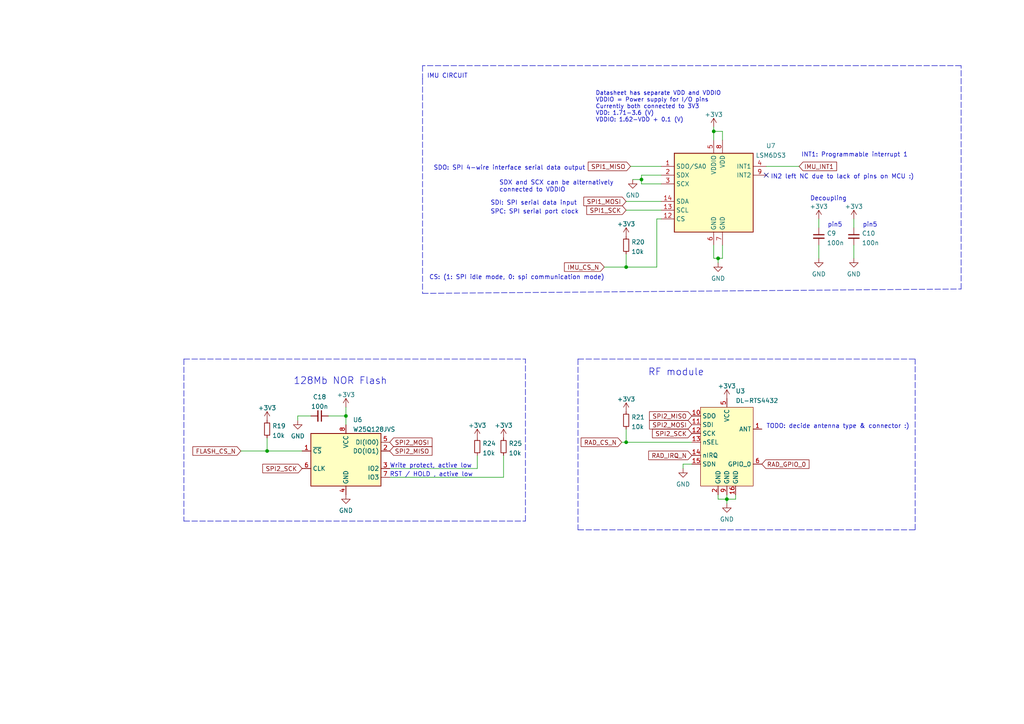
<source format=kicad_sch>
(kicad_sch (version 20211123) (generator eeschema)
  (paper "A4")
  (title_block (company "University of Oulu") (comment 1 "Antti Luukkonen, Jouni Saari, Visa Tuominen"))
  (lib_symbols
    (symbol "000_sjt:DL-RTS4432"
      (property "Reference" "U" (at -7.62 7.62 0))
      (property "Value" "DL-RTS4432" (at 2.54 7.62 0))
      (symbol "DL-RTS4432_0_1"
        (rectangle (start -7.62 6.35) (end 7.62 -16.51) (stroke (width 0.1524)) (fill (type background)))
      )
      (symbol "DL-RTS4432_1_1"
        (pin output line (at 10.16 0 180) (length 2.54) (name "ANT") (number "1"))
        (pin output line (at -10.16 3.81 0) (length 2.54) (name "SDO") (number "10"))
        (pin input line (at -10.16 1.27 0) (length 2.54) (name "SDI") (number "11"))
        (pin input line (at -10.16 -1.27 0) (length 2.54) (name "SCK") (number "12"))
        (pin input line (at -10.16 -3.81 0) (length 2.54) (name "nSEL") (number "13"))
        (pin input line (at -10.16 -7.62 0) (length 2.54) (name "nIRQ") (number "14"))
        (pin input line (at -10.16 -10.16 0) (length 2.54) (name "SDN") (number "15"))
        (pin power_in line (at 2.54 -19.05 90) (length 2.54) (name "GND") (number "16"))
        (pin power_in line (at -2.54 -19.05 90) (length 2.54) (name "GND") (number "2"))
        (pin no_connect line (at 13.97 -19.05 180) (length 2.54) hide (name "NC") (number "3"))
        (pin no_connect line (at 13.97 -21.59 180) (length 2.54) hide (name "NC") (number "4"))
        (pin power_in line (at 0 8.89 270) (length 2.54) (name "VCC") (number "5"))
        (pin bidirectional line (at 10.16 -10.16 180) (length 2.54) (name "GPIO_0") (number "6"))
        (pin no_connect line (at 13.97 -24.13 180) (length 2.54) hide (name "NC") (number "7"))
        (pin no_connect line (at 13.97 -26.67 180) (length 2.54) hide (name "NC") (number "8"))
        (pin power_in line (at 0 -19.05 90) (length 2.54) (name "GND") (number "9"))
      )
    )
    (symbol "Device:C_Small" (pin_numbers hide) (pin_names (offset 0.254) hide)
      (property "Reference" "C" (at 0.254 1.778 0))
      (property "Value" "C_Small" (at 0.254 -2.032 0))
      (symbol "C_Small_0_1"
        (polyline (pts (xy -1.524 -0.508) (xy 1.524 -0.508)) (stroke (width 0.3302)))
        (polyline (pts (xy -1.524 0.508) (xy 1.524 0.508)) (stroke (width 0.3048)))
      )
      (symbol "C_Small_1_1"
        (pin passive line (at 0 2.54 270) (length 2.032) (name "~") (number "1"))
        (pin passive line (at 0 -2.54 90) (length 2.032) (name "~") (number "2"))
      )
    )
    (symbol "Device:R_Small" (pin_numbers hide) (pin_names (offset 0.254) hide)
      (property "Reference" "R" (at 0.762 0.508 0))
      (property "Value" "R_Small" (at 0.762 -1.016 0))
      (symbol "R_Small_0_1"
        (rectangle (start -0.762 1.778) (end 0.762 -1.778) (stroke (width 0.2032)))
      )
      (symbol "R_Small_1_1"
        (pin passive line (at 0 2.54 270) (length 0.762) (name "~") (number "1"))
        (pin passive line (at 0 -2.54 90) (length 0.762) (name "~") (number "2"))
      )
    )
    (symbol "Memory_Flash:W25Q128JVS"
      (property "Reference" "U" (at -8.89 8.89 0))
      (property "Value" "W25Q128JVS" (at 7.62 8.89 0))
      (symbol "W25Q128JVS_0_1"
        (rectangle (start -10.16 7.62) (end 10.16 -7.62) (stroke (width 0.254)) (fill (type background)))
      )
      (symbol "W25Q128JVS_1_1"
        (pin input line (at -12.7 2.54 0) (length 2.54) (name "~{CS}") (number "1"))
        (pin bidirectional line (at 12.7 2.54 180) (length 2.54) (name "DO(IO1)") (number "2"))
        (pin bidirectional line (at 12.7 -2.54 180) (length 2.54) (name "IO2") (number "3"))
        (pin power_in line (at 0 -10.16 90) (length 2.54) (name "GND") (number "4"))
        (pin bidirectional line (at 12.7 5.08 180) (length 2.54) (name "DI(IO0)") (number "5"))
        (pin input line (at -12.7 -2.54 0) (length 2.54) (name "CLK") (number "6"))
        (pin bidirectional line (at 12.7 -5.08 180) (length 2.54) (name "IO3") (number "7"))
        (pin power_in line (at 0 10.16 270) (length 2.54) (name "VCC") (number "8"))
      )
    )
    (symbol "Sensor_Motion:LSM6DS3"
      (property "Reference" "U" (at -11.43 15.24 0))
      (property "Value" "LSM6DS3" (at -11.43 12.7 0))
      (symbol "LSM6DS3_0_1"
        (rectangle (start 11.43 11.43) (end -11.43 -11.43) (stroke (width 0.254)) (fill (type background)))
      )
      (symbol "LSM6DS3_1_1"
        (pin bidirectional line (at -15.24 7.62 0) (length 3.81) (name "SDO/SA0") (number "1"))
        (pin no_connect line (at 10.16 -5.08 180) (length 3.81) hide (name "NC") (number "10"))
        (pin no_connect line (at 10.16 -2.54 180) (length 3.81) hide (name "NC") (number "11"))
        (pin input line (at -15.24 -7.62 0) (length 3.81) (name "CS") (number "12"))
        (pin input line (at -15.24 -5.08 0) (length 3.81) (name "SCL") (number "13"))
        (pin bidirectional line (at -15.24 -2.54 0) (length 3.81) (name "SDA") (number "14"))
        (pin bidirectional line (at -15.24 5.08 0) (length 3.81) (name "SDX") (number "2"))
        (pin input line (at -15.24 2.54 0) (length 3.81) (name "SCX") (number "3"))
        (pin output line (at 15.24 7.62 180) (length 3.81) (name "INT1") (number "4"))
        (pin power_in line (at 0 15.24 270) (length 3.81) (name "VDDIO") (number "5"))
        (pin power_in line (at 0 -15.24 90) (length 3.81) (name "GND") (number "6"))
        (pin power_in line (at 2.54 -15.24 90) (length 3.81) (name "GND") (number "7"))
        (pin power_in line (at 2.54 15.24 270) (length 3.81) (name "VDD") (number "8"))
        (pin output line (at 15.24 5.08 180) (length 3.81) (name "INT2") (number "9"))
      )
    )
    (symbol "power:+3.3V" (power) (pin_names (offset 0))
      (property "Value" "+3.3V" (at 0 3.556 0))
      (symbol "+3.3V_0_1"
        (polyline (pts (xy -0.762 1.27) (xy 0 2.54)))
        (polyline (pts (xy 0 0) (xy 0 2.54)))
        (polyline (pts (xy 0 2.54) (xy 0.762 1.27)))
      )
      (symbol "+3.3V_1_1"
        (pin power_in line (at 0 0 90) (length 0) hide (name "+3V3") (number "1"))
      )
    )
    (symbol "power:+3V3" (power) (pin_names (offset 0))
      (property "Value" "+3V3" (at 0 3.556 0))
      (symbol "+3V3_0_1"
        (polyline (pts (xy -0.762 1.27) (xy 0 2.54)))
        (polyline (pts (xy 0 0) (xy 0 2.54)))
        (polyline (pts (xy 0 2.54) (xy 0.762 1.27)))
      )
      (symbol "+3V3_1_1"
        (pin power_in line (at 0 0 90) (length 0) hide (name "+3V3") (number "1"))
      )
    )
    (symbol "power:GND" (power) (pin_names (offset 0))
      (property "Value" "GND" (at 0 -3.81 0))
      (symbol "GND_0_1"
        (polyline (pts (xy 0 0) (xy 0 -1.27) (xy 1.27 -1.27) (xy 0 -2.54) (xy -1.27 -1.27) (xy 0 -1.27)))
      )
      (symbol "GND_1_1"
        (pin power_in line (at 0 0 270) (length 0) hide (name "GND") (number "1"))
      )
    )
  )
  (junction (at 181.61 128.27))
  (junction (at 77.47 130.81))
  (junction (at 186.055 52.07))
  (junction (at 181.61 77.47))
  (junction (at 210.82 144.78))
  (junction (at 100.33 120.65))
  (junction (at 208.28 74.93))
  (junction (at 207.01 38.1))
  (no_connect (at 222.25 50.8))
  (wire (pts (xy 210.82 144.78) (xy 210.82 146.05)))
  (wire (pts (xy 77.47 130.81) (xy 87.63 130.81)))
  (wire (pts (xy 69.85 130.81) (xy 77.47 130.81)))
  (wire (pts (xy 213.36 143.51) (xy 213.36 144.78)))
  (wire (pts (xy 247.65 63.5) (xy 247.65 66.04)))
  (polyline (pts (xy 278.765 19.05) (xy 122.555 19.05)))
  (polyline (pts (xy 265.43 153.67) (xy 265.43 104.14)))
  (polyline (pts (xy 53.34 104.14) (xy 53.34 151.13)))
  (wire (pts (xy 77.47 130.81) (xy 77.47 127)))
  (wire (pts (xy 207.01 71.12) (xy 207.01 74.93)))
  (wire (pts (xy 181.61 128.27) (xy 181.61 124.46)))
  (wire (pts (xy 186.055 50.8) (xy 191.77 50.8)))
  (polyline (pts (xy 167.64 104.14) (xy 167.64 153.67)))
  (polyline (pts (xy 167.64 104.14) (xy 265.43 104.14)))
  (wire (pts (xy 207.01 74.93) (xy 208.28 74.93)))
  (wire (pts (xy 181.61 77.47) (xy 190.5 77.47)))
  (polyline (pts (xy 53.34 104.14) (xy 152.4 104.14)))
  (polyline (pts (xy 122.555 22.86) (xy 122.555 85.09)))
  (wire (pts (xy 208.28 74.93) (xy 209.55 74.93)))
  (wire (pts (xy 180.34 128.27) (xy 181.61 128.27)))
  (polyline (pts (xy 122.555 85.09) (xy 278.765 83.82)))
  (wire (pts (xy 207.01 38.1) (xy 209.55 38.1)))
  (wire (pts (xy 186.055 53.34) (xy 186.055 52.07)))
  (wire (pts (xy 86.36 121.92) (xy 86.36 120.65)))
  (wire (pts (xy 210.82 143.51) (xy 210.82 144.78)))
  (wire (pts (xy 222.25 48.26) (xy 231.775 48.26)))
  (wire (pts (xy 208.28 74.93) (xy 208.28 76.2)))
  (wire (pts (xy 198.12 134.62) (xy 200.66 134.62)))
  (wire (pts (xy 190.5 63.5) (xy 191.77 63.5)))
  (wire (pts (xy 181.61 60.96) (xy 191.77 60.96)))
  (polyline (pts (xy 278.765 83.82) (xy 278.765 19.05)))
  (wire (pts (xy 208.28 144.78) (xy 210.82 144.78)))
  (wire (pts (xy 181.61 128.27) (xy 200.66 128.27)))
  (wire (pts (xy 207.01 36.83) (xy 207.01 38.1)))
  (wire (pts (xy 213.36 144.78) (xy 210.82 144.78)))
  (wire (pts (xy 181.61 58.42) (xy 191.77 58.42)))
  (wire (pts (xy 191.77 53.34) (xy 186.055 53.34)))
  (wire (pts (xy 113.03 138.43) (xy 146.05 138.43)))
  (wire (pts (xy 138.43 135.89) (xy 138.43 132.08)))
  (wire (pts (xy 183.515 52.07) (xy 186.055 52.07)))
  (wire (pts (xy 247.65 71.12) (xy 247.65 74.93)))
  (polyline (pts (xy 167.64 153.67) (xy 265.43 153.67)))
  (wire (pts (xy 181.61 77.47) (xy 181.61 73.66)))
  (polyline (pts (xy 152.4 151.13) (xy 152.4 104.14)))
  (wire (pts (xy 100.33 118.11) (xy 100.33 120.65)))
  (polyline (pts (xy 53.34 151.13) (xy 152.4 151.13)))
  (wire (pts (xy 198.12 134.62) (xy 198.12 135.89)))
  (polyline (pts (xy 122.555 19.05) (xy 122.555 22.86)))
  (wire (pts (xy 100.33 120.65) (xy 100.33 123.19)))
  (wire (pts (xy 113.03 135.89) (xy 138.43 135.89)))
  (wire (pts (xy 146.05 132.08) (xy 146.05 138.43)))
  (wire (pts (xy 209.55 71.12) (xy 209.55 74.93)))
  (wire (pts (xy 237.49 63.5) (xy 237.49 66.04)))
  (wire (pts (xy 186.055 52.07) (xy 186.055 50.8)))
  (wire (pts (xy 207.01 38.1) (xy 207.01 40.64)))
  (wire (pts (xy 86.36 120.65) (xy 90.17 120.65)))
  (wire (pts (xy 237.49 71.12) (xy 237.49 74.93)))
  (wire (pts (xy 175.26 77.47) (xy 181.61 77.47)))
  (wire (pts (xy 182.88 48.26) (xy 191.77 48.26)))
  (wire (pts (xy 209.55 38.1) (xy 209.55 40.64)))
  (wire (pts (xy 95.25 120.65) (xy 100.33 120.65)))
  (wire (pts (xy 208.28 143.51) (xy 208.28 144.78)))
  (wire (pts (xy 190.5 77.47) (xy 190.5 63.5)))
  (text "Write protect, active low" (at 113.03 135.89 0) (effects (font (size 1.27 1.27)) (justify left bottom)))
  (text "CS: (1: SPI idle mode, 0: spi communication mode)" (at 124.46 81.28 0) (effects (font (size 1.27 1.27)) (justify left bottom)))
  (text "SDO: SPI 4-wire interface serial data output" (at 125.73 49.53 0) (effects (font (size 1.27 1.27)) (justify left bottom)))
  (text "RST / HOLD , active low" (at 113.03 138.43 0) (effects (font (size 1.27 1.27)) (justify left bottom)))
  (text "Decoupling" (at 234.95 58.42 0) (effects (font (size 1.27 1.27)) (justify left bottom)))
  (text "SDI: SPI serial data input" (at 142.24 59.69 0) (effects (font (size 1.27 1.27)) (justify left bottom)))
  (text "SDX and SCX can be alternatively \nconnected to VDDIO" (at 144.78 55.88 0) (effects (font (size 1.27 1.27)) (justify left bottom)))
  (text "TODO: decide antenna type & connector :)" (at 222.25 124.46 0) (effects (font (size 1.27 1.27)) (justify left bottom)))
  (text "128Mb NOR Flash" (at 85.09 111.76 0) (effects (font (size 2 2)) (justify left bottom)))
  (text "IMU CIRCUIT" (at 123.825 22.86 0) (effects (font (size 1.27 1.27)) (justify left bottom)))
  (text "pin5" (at 250.19 66.04 0) (effects (font (size 1.27 1.27)) (justify left bottom)))
  (text "IN2 left NC due to lack of pins on MCU :)" (at 223.52 52.07 0) (effects (font (size 1.27 1.27)) (justify left bottom)))
  (text "SPC: SPI serial port clock" (at 142.24 62.23 0) (effects (font (size 1.27 1.27)) (justify left bottom)))
  (text "Datasheet has separate VDD and VDDIO \nVDDIO = Power supply for I/O pins\nCurrently both connected to 3V3\nVDD: 1.71-3.6 (V)\nVDDIO: 1.62-VDD + 0.1 (V)" (at 172.72 35.56 0) (effects (font (size 1.2 1.2)) (justify left bottom)))
  (text "pin5" (at 240.03 66.04 0) (effects (font (size 1.27 1.27)) (justify left bottom)))
  (text "RF module" (at 187.96 109.22 0) (effects (font (size 2 2)) (justify left bottom)))
  (text "INT1: Programmable interrupt 1" (at 232.41 45.72 0) (effects (font (size 1.27 1.27)) (justify left bottom)))
  (global_label "RAD_GPIO_0" (shape input) (at 220.98 134.62 0) (property "Intersheet References" "${INTERSHEET_REFS}" (effects hide)))
  (global_label "SPI1_MOSI" (shape input) (at 181.61 58.42 180) (property "Intersheet References" "${INTERSHEET_REFS}" (effects hide)))
  (global_label "SPI2_MOSI" (shape input) (at 200.66 123.19 180) (property "Intersheet References" "${INTERSHEET_REFS}" (effects hide)))
  (global_label "IMU_CS_N" (shape input) (at 175.26 77.47 180) (property "Intersheet References" "${INTERSHEET_REFS}" (effects hide)))
  (global_label "SPI2_MOSI" (shape input) (at 113.03 128.27 0) (property "Intersheet References" "${INTERSHEET_REFS}" (effects hide)))
  (global_label "SPI2_MISO" (shape input) (at 113.03 130.81 0) (property "Intersheet References" "${INTERSHEET_REFS}" (effects hide)))
  (global_label "FLASH_CS_N" (shape input) (at 69.85 130.81 180) (property "Intersheet References" "${INTERSHEET_REFS}" (effects hide)))
  (global_label "RAD_IRQ_N" (shape input) (at 200.66 132.08 180) (property "Intersheet References" "${INTERSHEET_REFS}" (effects hide)))
  (global_label "IMU_INT1" (shape input) (at 231.775 48.26 0) (property "Intersheet References" "${INTERSHEET_REFS}" (effects hide)))
  (global_label "SPI2_SCK" (shape input) (at 200.66 125.73 180) (property "Intersheet References" "${INTERSHEET_REFS}" (effects hide)))
  (global_label "SPI1_SCK" (shape input) (at 181.61 60.96 180) (property "Intersheet References" "${INTERSHEET_REFS}" (effects hide)))
  (global_label "SPI1_MISO" (shape input) (at 182.88 48.26 180) (property "Intersheet References" "${INTERSHEET_REFS}" (effects hide)))
  (global_label "SPI2_SCK" (shape input) (at 87.63 135.89 180) (property "Intersheet References" "${INTERSHEET_REFS}" (effects hide)))
  (global_label "SPI2_MISO" (shape input) (at 200.66 120.65 180) (property "Intersheet References" "${INTERSHEET_REFS}" (effects hide)))
  (global_label "RAD_CS_N" (shape input) (at 180.34 128.27 180) (property "Intersheet References" "${INTERSHEET_REFS}" (effects hide)))
  (symbol (lib_id "Device:R_Small") (at 181.61 71.12 0) (unit 1)
    (property "Reference" "R20" (at 183.1086 70.2115 0) (effects (justify left)))
    (property "Value" "10k" (at 183.1086 72.9866 0) (effects (justify left)))
  )
  (symbol (lib_id "Device:C_Small") (at 247.65 68.58 0) (unit 1)
    (property "Reference" "C10" (at 249.9741 67.6778 0) (effects (justify left)))
    (property "Value" "100n" (at 249.9741 70.4529 0) (effects (justify left)))
    (property "Footprint" "Capacitor_SMD:C_0603_1608Metric" (effects hide))
    (property "LCSC" "C14663" (effects hide))
  )
  (symbol (lib_id "power:+3V3") (at 207.01 36.83 0) (unit 1)
    (property "Reference" "#PWR046" (effects hide))
    (property "Value" "+3V3" (at 207.01 33.2255 0))
  )
  (symbol (lib_id "power:+3V3") (at 181.61 68.58 0) (unit 1)
    (property "Reference" "#PWR043" (effects hide))
    (property "Value" "+3V3" (at 181.61 64.9755 0))
  )
  (symbol (lib_id "Device:R_Small") (at 77.47 124.46 0) (unit 1)
    (property "Reference" "R19" (at 78.9686 123.5515 0) (effects (justify left)))
    (property "Value" "10k" (at 78.9686 126.3266 0) (effects (justify left)))
  )
  (symbol (lib_id "power:GND") (at 210.82 146.05 0) (unit 1)
    (property "Reference" "#PWR048" (effects hide))
    (property "Value" "GND" (at 210.82 150.6125 0))
  )
  (symbol (lib_id "power:GND") (at 247.65 74.93 0) (unit 1)
    (property "Reference" "#PWR050" (effects hide))
    (property "Value" "GND" (at 247.65 79.4925 0))
  )
  (symbol (lib_id "power:+3.3V") (at 210.82 115.57 0) (unit 1)
    (property "Reference" "#PWR047" (effects hide))
    (property "Value" "+3.3V" (at 210.82 111.9655 0))
  )
  (symbol (lib_id "power:+3.3V") (at 100.33 118.11 0) (unit 1)
    (property "Reference" "#PWR040" (effects hide))
    (property "Value" "+3.3V" (at 100.33 114.5055 0))
  )
  (symbol (lib_id "Device:R_Small") (at 181.61 121.92 0) (unit 1)
    (property "Reference" "R21" (at 183.1086 121.0115 0) (effects (justify left)))
    (property "Value" "10k" (at 183.1086 123.7866 0) (effects (justify left)))
  )
  (symbol (lib_id "power:+3V3") (at 237.49 63.5 0) (unit 1)
    (property "Reference" "#PWR0117" (effects hide))
    (property "Value" "+3V3" (at 237.49 59.8955 0))
  )
  (symbol (lib_id "power:+3V3") (at 77.47 121.92 0) (unit 1)
    (property "Reference" "#PWR038" (effects hide))
    (property "Value" "+3V3" (at 77.47 118.3155 0))
  )
  (symbol (lib_id "power:+3V3") (at 138.43 127 0) (unit 1)
    (property "Reference" "#PWR0120" (effects hide))
    (property "Value" "+3V3" (at 138.43 123.3955 0))
  )
  (symbol (lib_id "Device:R_Small") (at 146.05 129.54 0) (unit 1)
    (property "Reference" "R25" (at 147.5486 128.6315 0) (effects (justify left)))
    (property "Value" "10k" (at 147.5486 131.4066 0) (effects (justify left)))
  )
  (symbol (lib_id "power:GND") (at 237.49 74.93 0) (unit 1)
    (property "Reference" "#PWR049" (effects hide))
    (property "Value" "GND" (at 237.49 79.4925 0))
  )
  (symbol (lib_id "power:GND") (at 208.28 76.2 0) (unit 1)
    (property "Reference" "#PWR0115" (effects hide))
    (property "Value" "GND" (at 208.28 80.7625 0))
  )
  (symbol (lib_id "Device:C_Small") (at 237.49 68.58 0) (unit 1)
    (property "Reference" "C9" (at 239.8141 67.6778 0) (effects (justify left)))
    (property "Value" "100n" (at 239.8141 70.4529 0) (effects (justify left)))
    (property "Footprint" "Capacitor_SMD:C_0603_1608Metric" (effects hide))
    (property "LCSC" "C14663" (effects hide))
  )
  (symbol (lib_id "power:+3V3") (at 181.61 119.38 0) (unit 1)
    (property "Reference" "#PWR044" (effects hide))
    (property "Value" "+3V3" (at 181.61 115.7755 0))
  )
  (symbol (lib_id "power:+3V3") (at 247.65 63.5 0) (unit 1)
    (property "Reference" "#PWR0116" (effects hide))
    (property "Value" "+3V3" (at 247.65 59.8955 0))
  )
  (symbol (lib_id "Memory_Flash:W25Q128JVS") (at 100.33 133.35 0) (unit 1)
    (property "Reference" "U6" (at 102.3494 121.7635 0) (effects (justify left)))
    (property "Value" "W25Q128JVS" (at 102.3494 124.5386 0) (effects (justify left)))
    (property "Footprint" "Package_SO:SOIC-8_5.23x5.23mm_P1.27mm" (effects hide))
    (property "Datasheet" "http://www.winbond.com/resource-files/w25q128jv_dtr%20revc%2003272018%20plus.pdf" (effects hide))
  )
  (symbol (lib_id "Device:C_Small") (at 92.71 120.65 270) (unit 1)
    (property "Reference" "C18" (at 92.7036 115.1214 90))
    (property "Value" "100n" (at 92.7036 117.8965 90))
    (property "Footprint" "Capacitor_SMD:C_0603_1608Metric" (effects hide))
    (property "LCSC" "C14663" (effects hide))
  )
  (symbol (lib_id "Device:R_Small") (at 138.43 129.54 0) (unit 1)
    (property "Reference" "R24" (at 139.9286 128.6315 0) (effects (justify left)))
    (property "Value" "10k" (at 139.9286 131.4066 0) (effects (justify left)))
  )
  (symbol (lib_id "power:GND") (at 86.36 121.92 0) (unit 1)
    (property "Reference" "#PWR039" (effects hide))
    (property "Value" "GND" (at 86.36 126.4825 0))
  )
  (symbol (lib_id "power:GND") (at 100.33 143.51 0) (unit 1)
    (property "Reference" "#PWR041" (effects hide))
    (property "Value" "GND" (at 100.33 148.0725 0))
  )
  (symbol (lib_id "Sensor_Motion:LSM6DS3") (at 207.01 55.88 0) (unit 1)
    (property "Reference" "U7" (at 223.5752 42.2867 0))
    (property "Value" "LSM6DS3" (at 223.5752 45.0618 0))
    (property "Footprint" "Package_LGA:LGA-14_3x2.5mm_P0.5mm_LayoutBorder3x4y" (effects hide))
    (property "Datasheet" "https://content.arduino.cc/assets/st_imu_lsm6ds3_datasheet.pdf" (effects hide))
  )
  (symbol (lib_id "000_sjt:DL-RTS4432") (at 210.82 124.46 0) (unit 1)
    (property "Reference" "U3" (at 213.36 113.4299 0) (effects (justify left)))
    (property "Value" "DL-RTS4432" (at 213.36 116.205 0) (effects (justify left)))
    (property "Footprint" "000_sjt:DL-RTS4432_board" (effects hide))
    (property "Datasheet" "https://datasheet.lcsc.com/lcsc/1912111437_DreamLNK-DL-RTS4432-433M_C381165.pdf" (effects hide))
    (property "LCSC" "C381165" (effects hide))
  )
  (symbol (lib_id "power:GND") (at 183.515 52.07 0) (unit 1)
    (property "Reference" "#PWR0118" (effects hide))
    (property "Value" "GND" (at 183.515 56.6325 0))
  )
  (symbol (lib_id "power:GND") (at 198.12 135.89 0) (unit 1)
    (property "Reference" "#PWR045" (effects hide))
    (property "Value" "GND" (at 198.12 140.4525 0))
  )
  (symbol (lib_id "power:+3V3") (at 146.05 127 0) (unit 1)
    (property "Reference" "#PWR0119" (effects hide))
    (property "Value" "+3V3" (at 146.05 123.3955 0))
  )
)
</source>
